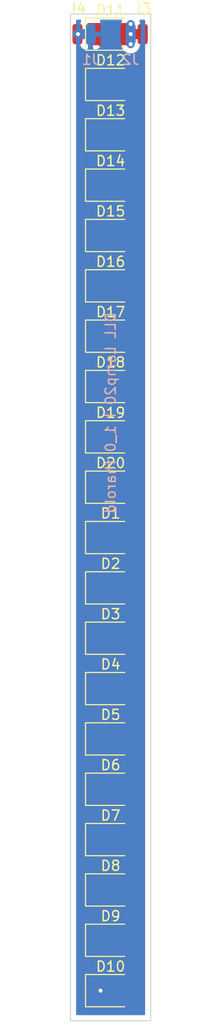
<source format=kicad_pcb>
(kicad_pcb (version 20171130) (host pcbnew "(5.1.6-0-10_14)")

  (general
    (thickness 1.6)
    (drawings 6)
    (tracks 66)
    (zones 0)
    (modules 24)
    (nets 22)
  )

  (page A4)
  (layers
    (0 F.Cu signal)
    (31 B.Cu signal)
    (32 B.Adhes user)
    (33 F.Adhes user)
    (34 B.Paste user)
    (35 F.Paste user)
    (36 B.SilkS user)
    (37 F.SilkS user)
    (38 B.Mask user)
    (39 F.Mask user)
    (40 Dwgs.User user)
    (41 Cmts.User user)
    (42 Eco1.User user)
    (43 Eco2.User user)
    (44 Edge.Cuts user)
    (45 Margin user)
    (46 B.CrtYd user)
    (47 F.CrtYd user)
    (48 B.Fab user)
    (49 F.Fab user)
  )

  (setup
    (last_trace_width 1)
    (user_trace_width 1)
    (trace_clearance 0.2)
    (zone_clearance 0.508)
    (zone_45_only no)
    (trace_min 0.2)
    (via_size 0.8)
    (via_drill 0.4)
    (via_min_size 0.4)
    (via_min_drill 0.3)
    (uvia_size 0.3)
    (uvia_drill 0.1)
    (uvias_allowed no)
    (uvia_min_size 0.2)
    (uvia_min_drill 0.1)
    (edge_width 0.1)
    (segment_width 0.2)
    (pcb_text_width 0.3)
    (pcb_text_size 1.5 1.5)
    (mod_edge_width 0.15)
    (mod_text_size 1 1)
    (mod_text_width 0.15)
    (pad_size 1.524 1.524)
    (pad_drill 0.762)
    (pad_to_mask_clearance 0)
    (aux_axis_origin 0 0)
    (visible_elements FFFFFF7F)
    (pcbplotparams
      (layerselection 0x010fc_ffffffff)
      (usegerberextensions false)
      (usegerberattributes true)
      (usegerberadvancedattributes true)
      (creategerberjobfile true)
      (excludeedgelayer true)
      (linewidth 0.100000)
      (plotframeref false)
      (viasonmask false)
      (mode 1)
      (useauxorigin false)
      (hpglpennumber 1)
      (hpglpenspeed 20)
      (hpglpendiameter 15.000000)
      (psnegative false)
      (psa4output false)
      (plotreference true)
      (plotvalue true)
      (plotinvisibletext false)
      (padsonsilk false)
      (subtractmaskfromsilk false)
      (outputformat 1)
      (mirror false)
      (drillshape 0)
      (scaleselection 1)
      (outputdirectory ""))
  )

  (net 0 "")
  (net 1 "Net-(D1-Pad1)")
  (net 2 LED+)
  (net 3 "Net-(D2-Pad1)")
  (net 4 "Net-(D3-Pad1)")
  (net 5 "Net-(D4-Pad1)")
  (net 6 "Net-(D5-Pad1)")
  (net 7 "Net-(D6-Pad1)")
  (net 8 "Net-(D7-Pad1)")
  (net 9 "Net-(D8-Pad1)")
  (net 10 "Net-(D10-Pad2)")
  (net 11 LED-)
  (net 12 "Net-(D1-Pad2)")
  (net 13 "Net-(D11-Pad1)")
  (net 14 "Net-(D12-Pad1)")
  (net 15 "Net-(D13-Pad1)")
  (net 16 "Net-(D14-Pad1)")
  (net 17 "Net-(D15-Pad1)")
  (net 18 "Net-(D16-Pad1)")
  (net 19 "Net-(D17-Pad1)")
  (net 20 "Net-(D18-Pad1)")
  (net 21 "Net-(D19-Pad1)")

  (net_class Default "This is the default net class."
    (clearance 0.2)
    (trace_width 0.25)
    (via_dia 0.8)
    (via_drill 0.4)
    (uvia_dia 0.3)
    (uvia_drill 0.1)
    (add_net LED+)
    (add_net LED-)
    (add_net "Net-(D1-Pad1)")
    (add_net "Net-(D1-Pad2)")
    (add_net "Net-(D10-Pad2)")
    (add_net "Net-(D11-Pad1)")
    (add_net "Net-(D12-Pad1)")
    (add_net "Net-(D13-Pad1)")
    (add_net "Net-(D14-Pad1)")
    (add_net "Net-(D15-Pad1)")
    (add_net "Net-(D16-Pad1)")
    (add_net "Net-(D17-Pad1)")
    (add_net "Net-(D18-Pad1)")
    (add_net "Net-(D19-Pad1)")
    (add_net "Net-(D2-Pad1)")
    (add_net "Net-(D3-Pad1)")
    (add_net "Net-(D4-Pad1)")
    (add_net "Net-(D5-Pad1)")
    (add_net "Net-(D6-Pad1)")
    (add_net "Net-(D7-Pad1)")
    (add_net "Net-(D8-Pad1)")
  )

  (module LED_SMD:LED_PLCC_2835_Handsoldering (layer F.Cu) (tedit 5C65228D) (tstamp 5FF09FC9)
    (at 15 65)
    (descr https://www.luckylight.cn/media/component/data-sheet/R2835BC-B2M-M10.pdf)
    (tags LED)
    (path /5FEE7761)
    (attr smd)
    (fp_text reference D1 (at 0 -2.4) (layer F.SilkS)
      (effects (font (size 1 1) (thickness 0.15)))
    )
    (fp_text value LED (at 0 2.475) (layer F.Fab)
      (effects (font (size 1 1) (thickness 0.15)))
    )
    (fp_line (start 2.55 -1.65) (end 2.55 1.65) (layer F.CrtYd) (width 0.05))
    (fp_line (start -2.55 -1.65) (end 2.55 -1.65) (layer F.CrtYd) (width 0.05))
    (fp_line (start -2.55 1.65) (end -2.55 -1.65) (layer F.CrtYd) (width 0.05))
    (fp_line (start 2.55 1.65) (end -2.55 1.65) (layer F.CrtYd) (width 0.05))
    (fp_line (start 1.4 -1.6) (end -2.5 -1.6) (layer F.SilkS) (width 0.12))
    (fp_line (start 1.4 1.6) (end -2.5 1.6) (layer F.SilkS) (width 0.12))
    (fp_line (start 1.75 -1.4) (end 1.75 1.4) (layer F.Fab) (width 0.1))
    (fp_line (start -1.05 -1.4) (end 1.75 -1.4) (layer F.Fab) (width 0.1))
    (fp_line (start -1.75 1.4) (end -1.75 -0.7) (layer F.Fab) (width 0.1))
    (fp_line (start 1.75 1.4) (end -1.75 1.4) (layer F.Fab) (width 0.1))
    (fp_line (start -2.5 -1.6) (end -2.5 1.6) (layer F.SilkS) (width 0.12))
    (fp_line (start -1.05 -1.4) (end -1.75 -0.7) (layer F.Fab) (width 0.1))
    (fp_text user %R (at 0 0) (layer F.Fab)
      (effects (font (size 0.9 0.9) (thickness 0.135)))
    )
    (pad 1 smd rect (at -1.05 0) (size 2.5 2.2) (layers F.Cu F.Paste F.Mask)
      (net 1 "Net-(D1-Pad1)"))
    (pad 2 smd rect (at 1.525 0) (size 1.55 2.2) (layers F.Cu F.Paste F.Mask)
      (net 12 "Net-(D1-Pad2)"))
    (model ${KISYS3DMOD}/LED_SMD.3dshapes/LED_PLCC_2835.wrl
      (at (xyz 0 0 0))
      (scale (xyz 1 1 1))
      (rotate (xyz 0 0 0))
    )
  )

  (module LED_SMD:LED_PLCC_2835_Handsoldering (layer F.Cu) (tedit 5C65228D) (tstamp 5FF09FDC)
    (at 15 70)
    (descr https://www.luckylight.cn/media/component/data-sheet/R2835BC-B2M-M10.pdf)
    (tags LED)
    (path /5FEE8F51)
    (attr smd)
    (fp_text reference D2 (at 0 -2.4) (layer F.SilkS)
      (effects (font (size 1 1) (thickness 0.15)))
    )
    (fp_text value LED (at 0 2.475) (layer F.Fab)
      (effects (font (size 1 1) (thickness 0.15)))
    )
    (fp_line (start -1.05 -1.4) (end -1.75 -0.7) (layer F.Fab) (width 0.1))
    (fp_line (start -2.5 -1.6) (end -2.5 1.6) (layer F.SilkS) (width 0.12))
    (fp_line (start 1.75 1.4) (end -1.75 1.4) (layer F.Fab) (width 0.1))
    (fp_line (start -1.75 1.4) (end -1.75 -0.7) (layer F.Fab) (width 0.1))
    (fp_line (start -1.05 -1.4) (end 1.75 -1.4) (layer F.Fab) (width 0.1))
    (fp_line (start 1.75 -1.4) (end 1.75 1.4) (layer F.Fab) (width 0.1))
    (fp_line (start 1.4 1.6) (end -2.5 1.6) (layer F.SilkS) (width 0.12))
    (fp_line (start 1.4 -1.6) (end -2.5 -1.6) (layer F.SilkS) (width 0.12))
    (fp_line (start 2.55 1.65) (end -2.55 1.65) (layer F.CrtYd) (width 0.05))
    (fp_line (start -2.55 1.65) (end -2.55 -1.65) (layer F.CrtYd) (width 0.05))
    (fp_line (start -2.55 -1.65) (end 2.55 -1.65) (layer F.CrtYd) (width 0.05))
    (fp_line (start 2.55 -1.65) (end 2.55 1.65) (layer F.CrtYd) (width 0.05))
    (fp_text user %R (at 0 0) (layer F.Fab)
      (effects (font (size 0.9 0.9) (thickness 0.135)))
    )
    (pad 2 smd rect (at 1.525 0) (size 1.55 2.2) (layers F.Cu F.Paste F.Mask)
      (net 1 "Net-(D1-Pad1)"))
    (pad 1 smd rect (at -1.05 0) (size 2.5 2.2) (layers F.Cu F.Paste F.Mask)
      (net 3 "Net-(D2-Pad1)"))
    (model ${KISYS3DMOD}/LED_SMD.3dshapes/LED_PLCC_2835.wrl
      (at (xyz 0 0 0))
      (scale (xyz 1 1 1))
      (rotate (xyz 0 0 0))
    )
  )

  (module LED_SMD:LED_PLCC_2835_Handsoldering (layer F.Cu) (tedit 5C65228D) (tstamp 5FF09FEF)
    (at 15 75)
    (descr https://www.luckylight.cn/media/component/data-sheet/R2835BC-B2M-M10.pdf)
    (tags LED)
    (path /5FEE985E)
    (attr smd)
    (fp_text reference D3 (at 0 -2.4) (layer F.SilkS)
      (effects (font (size 1 1) (thickness 0.15)))
    )
    (fp_text value LED (at 0 2.475) (layer F.Fab)
      (effects (font (size 1 1) (thickness 0.15)))
    )
    (fp_line (start 2.55 -1.65) (end 2.55 1.65) (layer F.CrtYd) (width 0.05))
    (fp_line (start -2.55 -1.65) (end 2.55 -1.65) (layer F.CrtYd) (width 0.05))
    (fp_line (start -2.55 1.65) (end -2.55 -1.65) (layer F.CrtYd) (width 0.05))
    (fp_line (start 2.55 1.65) (end -2.55 1.65) (layer F.CrtYd) (width 0.05))
    (fp_line (start 1.4 -1.6) (end -2.5 -1.6) (layer F.SilkS) (width 0.12))
    (fp_line (start 1.4 1.6) (end -2.5 1.6) (layer F.SilkS) (width 0.12))
    (fp_line (start 1.75 -1.4) (end 1.75 1.4) (layer F.Fab) (width 0.1))
    (fp_line (start -1.05 -1.4) (end 1.75 -1.4) (layer F.Fab) (width 0.1))
    (fp_line (start -1.75 1.4) (end -1.75 -0.7) (layer F.Fab) (width 0.1))
    (fp_line (start 1.75 1.4) (end -1.75 1.4) (layer F.Fab) (width 0.1))
    (fp_line (start -2.5 -1.6) (end -2.5 1.6) (layer F.SilkS) (width 0.12))
    (fp_line (start -1.05 -1.4) (end -1.75 -0.7) (layer F.Fab) (width 0.1))
    (fp_text user %R (at 0 0) (layer F.Fab)
      (effects (font (size 0.9 0.9) (thickness 0.135)))
    )
    (pad 1 smd rect (at -1.05 0) (size 2.5 2.2) (layers F.Cu F.Paste F.Mask)
      (net 4 "Net-(D3-Pad1)"))
    (pad 2 smd rect (at 1.525 0) (size 1.55 2.2) (layers F.Cu F.Paste F.Mask)
      (net 3 "Net-(D2-Pad1)"))
    (model ${KISYS3DMOD}/LED_SMD.3dshapes/LED_PLCC_2835.wrl
      (at (xyz 0 0 0))
      (scale (xyz 1 1 1))
      (rotate (xyz 0 0 0))
    )
  )

  (module LED_SMD:LED_PLCC_2835_Handsoldering (layer F.Cu) (tedit 5C65228D) (tstamp 5FF0A002)
    (at 15 80)
    (descr https://www.luckylight.cn/media/component/data-sheet/R2835BC-B2M-M10.pdf)
    (tags LED)
    (path /5FEE9C35)
    (attr smd)
    (fp_text reference D4 (at 0 -2.4) (layer F.SilkS)
      (effects (font (size 1 1) (thickness 0.15)))
    )
    (fp_text value LED (at 0 2.475) (layer F.Fab)
      (effects (font (size 1 1) (thickness 0.15)))
    )
    (fp_line (start -1.05 -1.4) (end -1.75 -0.7) (layer F.Fab) (width 0.1))
    (fp_line (start -2.5 -1.6) (end -2.5 1.6) (layer F.SilkS) (width 0.12))
    (fp_line (start 1.75 1.4) (end -1.75 1.4) (layer F.Fab) (width 0.1))
    (fp_line (start -1.75 1.4) (end -1.75 -0.7) (layer F.Fab) (width 0.1))
    (fp_line (start -1.05 -1.4) (end 1.75 -1.4) (layer F.Fab) (width 0.1))
    (fp_line (start 1.75 -1.4) (end 1.75 1.4) (layer F.Fab) (width 0.1))
    (fp_line (start 1.4 1.6) (end -2.5 1.6) (layer F.SilkS) (width 0.12))
    (fp_line (start 1.4 -1.6) (end -2.5 -1.6) (layer F.SilkS) (width 0.12))
    (fp_line (start 2.55 1.65) (end -2.55 1.65) (layer F.CrtYd) (width 0.05))
    (fp_line (start -2.55 1.65) (end -2.55 -1.65) (layer F.CrtYd) (width 0.05))
    (fp_line (start -2.55 -1.65) (end 2.55 -1.65) (layer F.CrtYd) (width 0.05))
    (fp_line (start 2.55 -1.65) (end 2.55 1.65) (layer F.CrtYd) (width 0.05))
    (fp_text user %R (at 0 0) (layer F.Fab)
      (effects (font (size 0.9 0.9) (thickness 0.135)))
    )
    (pad 2 smd rect (at 1.525 0) (size 1.55 2.2) (layers F.Cu F.Paste F.Mask)
      (net 4 "Net-(D3-Pad1)"))
    (pad 1 smd rect (at -1.05 0) (size 2.5 2.2) (layers F.Cu F.Paste F.Mask)
      (net 5 "Net-(D4-Pad1)"))
    (model ${KISYS3DMOD}/LED_SMD.3dshapes/LED_PLCC_2835.wrl
      (at (xyz 0 0 0))
      (scale (xyz 1 1 1))
      (rotate (xyz 0 0 0))
    )
  )

  (module LED_SMD:LED_PLCC_2835_Handsoldering (layer F.Cu) (tedit 5C65228D) (tstamp 5FF0A015)
    (at 15 85)
    (descr https://www.luckylight.cn/media/component/data-sheet/R2835BC-B2M-M10.pdf)
    (tags LED)
    (path /5FEEA3AC)
    (attr smd)
    (fp_text reference D5 (at 0 -2.4) (layer F.SilkS)
      (effects (font (size 1 1) (thickness 0.15)))
    )
    (fp_text value LED (at 0 2.475) (layer F.Fab)
      (effects (font (size 1 1) (thickness 0.15)))
    )
    (fp_line (start 2.55 -1.65) (end 2.55 1.65) (layer F.CrtYd) (width 0.05))
    (fp_line (start -2.55 -1.65) (end 2.55 -1.65) (layer F.CrtYd) (width 0.05))
    (fp_line (start -2.55 1.65) (end -2.55 -1.65) (layer F.CrtYd) (width 0.05))
    (fp_line (start 2.55 1.65) (end -2.55 1.65) (layer F.CrtYd) (width 0.05))
    (fp_line (start 1.4 -1.6) (end -2.5 -1.6) (layer F.SilkS) (width 0.12))
    (fp_line (start 1.4 1.6) (end -2.5 1.6) (layer F.SilkS) (width 0.12))
    (fp_line (start 1.75 -1.4) (end 1.75 1.4) (layer F.Fab) (width 0.1))
    (fp_line (start -1.05 -1.4) (end 1.75 -1.4) (layer F.Fab) (width 0.1))
    (fp_line (start -1.75 1.4) (end -1.75 -0.7) (layer F.Fab) (width 0.1))
    (fp_line (start 1.75 1.4) (end -1.75 1.4) (layer F.Fab) (width 0.1))
    (fp_line (start -2.5 -1.6) (end -2.5 1.6) (layer F.SilkS) (width 0.12))
    (fp_line (start -1.05 -1.4) (end -1.75 -0.7) (layer F.Fab) (width 0.1))
    (fp_text user %R (at 0 0) (layer F.Fab)
      (effects (font (size 0.9 0.9) (thickness 0.135)))
    )
    (pad 1 smd rect (at -1.05 0) (size 2.5 2.2) (layers F.Cu F.Paste F.Mask)
      (net 6 "Net-(D5-Pad1)"))
    (pad 2 smd rect (at 1.525 0) (size 1.55 2.2) (layers F.Cu F.Paste F.Mask)
      (net 5 "Net-(D4-Pad1)"))
    (model ${KISYS3DMOD}/LED_SMD.3dshapes/LED_PLCC_2835.wrl
      (at (xyz 0 0 0))
      (scale (xyz 1 1 1))
      (rotate (xyz 0 0 0))
    )
  )

  (module LED_SMD:LED_PLCC_2835_Handsoldering (layer F.Cu) (tedit 5C65228D) (tstamp 5FF0A028)
    (at 15 90)
    (descr https://www.luckylight.cn/media/component/data-sheet/R2835BC-B2M-M10.pdf)
    (tags LED)
    (path /5FEF4A45)
    (attr smd)
    (fp_text reference D6 (at 0 -2.4) (layer F.SilkS)
      (effects (font (size 1 1) (thickness 0.15)))
    )
    (fp_text value LED (at 0 2.475) (layer F.Fab)
      (effects (font (size 1 1) (thickness 0.15)))
    )
    (fp_line (start -1.05 -1.4) (end -1.75 -0.7) (layer F.Fab) (width 0.1))
    (fp_line (start -2.5 -1.6) (end -2.5 1.6) (layer F.SilkS) (width 0.12))
    (fp_line (start 1.75 1.4) (end -1.75 1.4) (layer F.Fab) (width 0.1))
    (fp_line (start -1.75 1.4) (end -1.75 -0.7) (layer F.Fab) (width 0.1))
    (fp_line (start -1.05 -1.4) (end 1.75 -1.4) (layer F.Fab) (width 0.1))
    (fp_line (start 1.75 -1.4) (end 1.75 1.4) (layer F.Fab) (width 0.1))
    (fp_line (start 1.4 1.6) (end -2.5 1.6) (layer F.SilkS) (width 0.12))
    (fp_line (start 1.4 -1.6) (end -2.5 -1.6) (layer F.SilkS) (width 0.12))
    (fp_line (start 2.55 1.65) (end -2.55 1.65) (layer F.CrtYd) (width 0.05))
    (fp_line (start -2.55 1.65) (end -2.55 -1.65) (layer F.CrtYd) (width 0.05))
    (fp_line (start -2.55 -1.65) (end 2.55 -1.65) (layer F.CrtYd) (width 0.05))
    (fp_line (start 2.55 -1.65) (end 2.55 1.65) (layer F.CrtYd) (width 0.05))
    (fp_text user %R (at 0 0) (layer F.Fab)
      (effects (font (size 0.9 0.9) (thickness 0.135)))
    )
    (pad 2 smd rect (at 1.525 0) (size 1.55 2.2) (layers F.Cu F.Paste F.Mask)
      (net 6 "Net-(D5-Pad1)"))
    (pad 1 smd rect (at -1.05 0) (size 2.5 2.2) (layers F.Cu F.Paste F.Mask)
      (net 7 "Net-(D6-Pad1)"))
    (model ${KISYS3DMOD}/LED_SMD.3dshapes/LED_PLCC_2835.wrl
      (at (xyz 0 0 0))
      (scale (xyz 1 1 1))
      (rotate (xyz 0 0 0))
    )
  )

  (module LED_SMD:LED_PLCC_2835_Handsoldering (layer F.Cu) (tedit 5C65228D) (tstamp 5FF0A03B)
    (at 15 95)
    (descr https://www.luckylight.cn/media/component/data-sheet/R2835BC-B2M-M10.pdf)
    (tags LED)
    (path /5FEF4A4B)
    (attr smd)
    (fp_text reference D7 (at 0 -2.4) (layer F.SilkS)
      (effects (font (size 1 1) (thickness 0.15)))
    )
    (fp_text value LED (at 0 2.475) (layer F.Fab)
      (effects (font (size 1 1) (thickness 0.15)))
    )
    (fp_line (start 2.55 -1.65) (end 2.55 1.65) (layer F.CrtYd) (width 0.05))
    (fp_line (start -2.55 -1.65) (end 2.55 -1.65) (layer F.CrtYd) (width 0.05))
    (fp_line (start -2.55 1.65) (end -2.55 -1.65) (layer F.CrtYd) (width 0.05))
    (fp_line (start 2.55 1.65) (end -2.55 1.65) (layer F.CrtYd) (width 0.05))
    (fp_line (start 1.4 -1.6) (end -2.5 -1.6) (layer F.SilkS) (width 0.12))
    (fp_line (start 1.4 1.6) (end -2.5 1.6) (layer F.SilkS) (width 0.12))
    (fp_line (start 1.75 -1.4) (end 1.75 1.4) (layer F.Fab) (width 0.1))
    (fp_line (start -1.05 -1.4) (end 1.75 -1.4) (layer F.Fab) (width 0.1))
    (fp_line (start -1.75 1.4) (end -1.75 -0.7) (layer F.Fab) (width 0.1))
    (fp_line (start 1.75 1.4) (end -1.75 1.4) (layer F.Fab) (width 0.1))
    (fp_line (start -2.5 -1.6) (end -2.5 1.6) (layer F.SilkS) (width 0.12))
    (fp_line (start -1.05 -1.4) (end -1.75 -0.7) (layer F.Fab) (width 0.1))
    (fp_text user %R (at 0 0) (layer F.Fab)
      (effects (font (size 0.9 0.9) (thickness 0.135)))
    )
    (pad 1 smd rect (at -1.05 0) (size 2.5 2.2) (layers F.Cu F.Paste F.Mask)
      (net 8 "Net-(D7-Pad1)"))
    (pad 2 smd rect (at 1.525 0) (size 1.55 2.2) (layers F.Cu F.Paste F.Mask)
      (net 7 "Net-(D6-Pad1)"))
    (model ${KISYS3DMOD}/LED_SMD.3dshapes/LED_PLCC_2835.wrl
      (at (xyz 0 0 0))
      (scale (xyz 1 1 1))
      (rotate (xyz 0 0 0))
    )
  )

  (module LED_SMD:LED_PLCC_2835_Handsoldering (layer F.Cu) (tedit 5C65228D) (tstamp 5FF0A04E)
    (at 15 100)
    (descr https://www.luckylight.cn/media/component/data-sheet/R2835BC-B2M-M10.pdf)
    (tags LED)
    (path /5FEF4A51)
    (attr smd)
    (fp_text reference D8 (at 0 -2.4) (layer F.SilkS)
      (effects (font (size 1 1) (thickness 0.15)))
    )
    (fp_text value LED (at 0 2.475) (layer F.Fab)
      (effects (font (size 1 1) (thickness 0.15)))
    )
    (fp_line (start -1.05 -1.4) (end -1.75 -0.7) (layer F.Fab) (width 0.1))
    (fp_line (start -2.5 -1.6) (end -2.5 1.6) (layer F.SilkS) (width 0.12))
    (fp_line (start 1.75 1.4) (end -1.75 1.4) (layer F.Fab) (width 0.1))
    (fp_line (start -1.75 1.4) (end -1.75 -0.7) (layer F.Fab) (width 0.1))
    (fp_line (start -1.05 -1.4) (end 1.75 -1.4) (layer F.Fab) (width 0.1))
    (fp_line (start 1.75 -1.4) (end 1.75 1.4) (layer F.Fab) (width 0.1))
    (fp_line (start 1.4 1.6) (end -2.5 1.6) (layer F.SilkS) (width 0.12))
    (fp_line (start 1.4 -1.6) (end -2.5 -1.6) (layer F.SilkS) (width 0.12))
    (fp_line (start 2.55 1.65) (end -2.55 1.65) (layer F.CrtYd) (width 0.05))
    (fp_line (start -2.55 1.65) (end -2.55 -1.65) (layer F.CrtYd) (width 0.05))
    (fp_line (start -2.55 -1.65) (end 2.55 -1.65) (layer F.CrtYd) (width 0.05))
    (fp_line (start 2.55 -1.65) (end 2.55 1.65) (layer F.CrtYd) (width 0.05))
    (fp_text user %R (at 0 0) (layer F.Fab)
      (effects (font (size 0.9 0.9) (thickness 0.135)))
    )
    (pad 2 smd rect (at 1.525 0) (size 1.55 2.2) (layers F.Cu F.Paste F.Mask)
      (net 8 "Net-(D7-Pad1)"))
    (pad 1 smd rect (at -1.05 0) (size 2.5 2.2) (layers F.Cu F.Paste F.Mask)
      (net 9 "Net-(D8-Pad1)"))
    (model ${KISYS3DMOD}/LED_SMD.3dshapes/LED_PLCC_2835.wrl
      (at (xyz 0 0 0))
      (scale (xyz 1 1 1))
      (rotate (xyz 0 0 0))
    )
  )

  (module LED_SMD:LED_PLCC_2835_Handsoldering (layer F.Cu) (tedit 5C65228D) (tstamp 5FF0A061)
    (at 15 105)
    (descr https://www.luckylight.cn/media/component/data-sheet/R2835BC-B2M-M10.pdf)
    (tags LED)
    (path /5FEF4A57)
    (attr smd)
    (fp_text reference D9 (at 0 -2.4) (layer F.SilkS)
      (effects (font (size 1 1) (thickness 0.15)))
    )
    (fp_text value LED (at 0 2.475) (layer F.Fab)
      (effects (font (size 1 1) (thickness 0.15)))
    )
    (fp_line (start 2.55 -1.65) (end 2.55 1.65) (layer F.CrtYd) (width 0.05))
    (fp_line (start -2.55 -1.65) (end 2.55 -1.65) (layer F.CrtYd) (width 0.05))
    (fp_line (start -2.55 1.65) (end -2.55 -1.65) (layer F.CrtYd) (width 0.05))
    (fp_line (start 2.55 1.65) (end -2.55 1.65) (layer F.CrtYd) (width 0.05))
    (fp_line (start 1.4 -1.6) (end -2.5 -1.6) (layer F.SilkS) (width 0.12))
    (fp_line (start 1.4 1.6) (end -2.5 1.6) (layer F.SilkS) (width 0.12))
    (fp_line (start 1.75 -1.4) (end 1.75 1.4) (layer F.Fab) (width 0.1))
    (fp_line (start -1.05 -1.4) (end 1.75 -1.4) (layer F.Fab) (width 0.1))
    (fp_line (start -1.75 1.4) (end -1.75 -0.7) (layer F.Fab) (width 0.1))
    (fp_line (start 1.75 1.4) (end -1.75 1.4) (layer F.Fab) (width 0.1))
    (fp_line (start -2.5 -1.6) (end -2.5 1.6) (layer F.SilkS) (width 0.12))
    (fp_line (start -1.05 -1.4) (end -1.75 -0.7) (layer F.Fab) (width 0.1))
    (fp_text user %R (at 0 0) (layer F.Fab)
      (effects (font (size 0.9 0.9) (thickness 0.135)))
    )
    (pad 1 smd rect (at -1.05 0) (size 2.5 2.2) (layers F.Cu F.Paste F.Mask)
      (net 10 "Net-(D10-Pad2)"))
    (pad 2 smd rect (at 1.525 0) (size 1.55 2.2) (layers F.Cu F.Paste F.Mask)
      (net 9 "Net-(D8-Pad1)"))
    (model ${KISYS3DMOD}/LED_SMD.3dshapes/LED_PLCC_2835.wrl
      (at (xyz 0 0 0))
      (scale (xyz 1 1 1))
      (rotate (xyz 0 0 0))
    )
  )

  (module LED_SMD:LED_PLCC_2835_Handsoldering (layer F.Cu) (tedit 5C65228D) (tstamp 5FF0A074)
    (at 15 110)
    (descr https://www.luckylight.cn/media/component/data-sheet/R2835BC-B2M-M10.pdf)
    (tags LED)
    (path /5FEF4A5D)
    (attr smd)
    (fp_text reference D10 (at 0 -2.4) (layer F.SilkS)
      (effects (font (size 1 1) (thickness 0.15)))
    )
    (fp_text value LED (at 0 2.475) (layer F.Fab)
      (effects (font (size 1 1) (thickness 0.15)))
    )
    (fp_line (start -1.05 -1.4) (end -1.75 -0.7) (layer F.Fab) (width 0.1))
    (fp_line (start -2.5 -1.6) (end -2.5 1.6) (layer F.SilkS) (width 0.12))
    (fp_line (start 1.75 1.4) (end -1.75 1.4) (layer F.Fab) (width 0.1))
    (fp_line (start -1.75 1.4) (end -1.75 -0.7) (layer F.Fab) (width 0.1))
    (fp_line (start -1.05 -1.4) (end 1.75 -1.4) (layer F.Fab) (width 0.1))
    (fp_line (start 1.75 -1.4) (end 1.75 1.4) (layer F.Fab) (width 0.1))
    (fp_line (start 1.4 1.6) (end -2.5 1.6) (layer F.SilkS) (width 0.12))
    (fp_line (start 1.4 -1.6) (end -2.5 -1.6) (layer F.SilkS) (width 0.12))
    (fp_line (start 2.55 1.65) (end -2.55 1.65) (layer F.CrtYd) (width 0.05))
    (fp_line (start -2.55 1.65) (end -2.55 -1.65) (layer F.CrtYd) (width 0.05))
    (fp_line (start -2.55 -1.65) (end 2.55 -1.65) (layer F.CrtYd) (width 0.05))
    (fp_line (start 2.55 -1.65) (end 2.55 1.65) (layer F.CrtYd) (width 0.05))
    (fp_text user %R (at 0 0) (layer F.Fab)
      (effects (font (size 0.9 0.9) (thickness 0.135)))
    )
    (pad 2 smd rect (at 1.525 0) (size 1.55 2.2) (layers F.Cu F.Paste F.Mask)
      (net 10 "Net-(D10-Pad2)"))
    (pad 1 smd rect (at -1.05 0) (size 2.5 2.2) (layers F.Cu F.Paste F.Mask)
      (net 11 LED-))
    (model ${KISYS3DMOD}/LED_SMD.3dshapes/LED_PLCC_2835.wrl
      (at (xyz 0 0 0))
      (scale (xyz 1 1 1))
      (rotate (xyz 0 0 0))
    )
  )

  (module LED_SMD:LED_PLCC_2835_Handsoldering (layer F.Cu) (tedit 5C65228D) (tstamp 5FF0A7EE)
    (at 15 15)
    (descr https://www.luckylight.cn/media/component/data-sheet/R2835BC-B2M-M10.pdf)
    (tags LED)
    (path /5FF1E2FF)
    (attr smd)
    (fp_text reference D11 (at 0 -2.4) (layer F.SilkS)
      (effects (font (size 1 1) (thickness 0.15)))
    )
    (fp_text value LED (at 0 2.475) (layer F.Fab)
      (effects (font (size 1 1) (thickness 0.15)))
    )
    (fp_line (start 2.55 -1.65) (end 2.55 1.65) (layer F.CrtYd) (width 0.05))
    (fp_line (start -2.55 -1.65) (end 2.55 -1.65) (layer F.CrtYd) (width 0.05))
    (fp_line (start -2.55 1.65) (end -2.55 -1.65) (layer F.CrtYd) (width 0.05))
    (fp_line (start 2.55 1.65) (end -2.55 1.65) (layer F.CrtYd) (width 0.05))
    (fp_line (start 1.4 -1.6) (end -2.5 -1.6) (layer F.SilkS) (width 0.12))
    (fp_line (start 1.4 1.6) (end -2.5 1.6) (layer F.SilkS) (width 0.12))
    (fp_line (start 1.75 -1.4) (end 1.75 1.4) (layer F.Fab) (width 0.1))
    (fp_line (start -1.05 -1.4) (end 1.75 -1.4) (layer F.Fab) (width 0.1))
    (fp_line (start -1.75 1.4) (end -1.75 -0.7) (layer F.Fab) (width 0.1))
    (fp_line (start 1.75 1.4) (end -1.75 1.4) (layer F.Fab) (width 0.1))
    (fp_line (start -2.5 -1.6) (end -2.5 1.6) (layer F.SilkS) (width 0.12))
    (fp_line (start -1.05 -1.4) (end -1.75 -0.7) (layer F.Fab) (width 0.1))
    (fp_text user %R (at 0 0) (layer F.Fab)
      (effects (font (size 0.9 0.9) (thickness 0.135)))
    )
    (pad 1 smd rect (at -1.05 0) (size 2.5 2.2) (layers F.Cu F.Paste F.Mask)
      (net 13 "Net-(D11-Pad1)"))
    (pad 2 smd rect (at 1.525 0) (size 1.55 2.2) (layers F.Cu F.Paste F.Mask)
      (net 2 LED+))
    (model ${KISYS3DMOD}/LED_SMD.3dshapes/LED_PLCC_2835.wrl
      (at (xyz 0 0 0))
      (scale (xyz 1 1 1))
      (rotate (xyz 0 0 0))
    )
  )

  (module LED_SMD:LED_PLCC_2835_Handsoldering (layer F.Cu) (tedit 5C65228D) (tstamp 5FF0A09A)
    (at 15 20)
    (descr https://www.luckylight.cn/media/component/data-sheet/R2835BC-B2M-M10.pdf)
    (tags LED)
    (path /5FF1E305)
    (attr smd)
    (fp_text reference D12 (at 0 -2.4) (layer F.SilkS)
      (effects (font (size 1 1) (thickness 0.15)))
    )
    (fp_text value LED (at 0 2.475) (layer F.Fab)
      (effects (font (size 1 1) (thickness 0.15)))
    )
    (fp_line (start -1.05 -1.4) (end -1.75 -0.7) (layer F.Fab) (width 0.1))
    (fp_line (start -2.5 -1.6) (end -2.5 1.6) (layer F.SilkS) (width 0.12))
    (fp_line (start 1.75 1.4) (end -1.75 1.4) (layer F.Fab) (width 0.1))
    (fp_line (start -1.75 1.4) (end -1.75 -0.7) (layer F.Fab) (width 0.1))
    (fp_line (start -1.05 -1.4) (end 1.75 -1.4) (layer F.Fab) (width 0.1))
    (fp_line (start 1.75 -1.4) (end 1.75 1.4) (layer F.Fab) (width 0.1))
    (fp_line (start 1.4 1.6) (end -2.5 1.6) (layer F.SilkS) (width 0.12))
    (fp_line (start 1.4 -1.6) (end -2.5 -1.6) (layer F.SilkS) (width 0.12))
    (fp_line (start 2.55 1.65) (end -2.55 1.65) (layer F.CrtYd) (width 0.05))
    (fp_line (start -2.55 1.65) (end -2.55 -1.65) (layer F.CrtYd) (width 0.05))
    (fp_line (start -2.55 -1.65) (end 2.55 -1.65) (layer F.CrtYd) (width 0.05))
    (fp_line (start 2.55 -1.65) (end 2.55 1.65) (layer F.CrtYd) (width 0.05))
    (fp_text user %R (at 0 0) (layer F.Fab)
      (effects (font (size 0.9 0.9) (thickness 0.135)))
    )
    (pad 2 smd rect (at 1.525 0) (size 1.55 2.2) (layers F.Cu F.Paste F.Mask)
      (net 13 "Net-(D11-Pad1)"))
    (pad 1 smd rect (at -1.05 0) (size 2.5 2.2) (layers F.Cu F.Paste F.Mask)
      (net 14 "Net-(D12-Pad1)"))
    (model ${KISYS3DMOD}/LED_SMD.3dshapes/LED_PLCC_2835.wrl
      (at (xyz 0 0 0))
      (scale (xyz 1 1 1))
      (rotate (xyz 0 0 0))
    )
  )

  (module LED_SMD:LED_PLCC_2835_Handsoldering (layer F.Cu) (tedit 5C65228D) (tstamp 5FF0A0AD)
    (at 15 25)
    (descr https://www.luckylight.cn/media/component/data-sheet/R2835BC-B2M-M10.pdf)
    (tags LED)
    (path /5FF1E30B)
    (attr smd)
    (fp_text reference D13 (at 0 -2.4) (layer F.SilkS)
      (effects (font (size 1 1) (thickness 0.15)))
    )
    (fp_text value LED (at 0 2.475) (layer F.Fab)
      (effects (font (size 1 1) (thickness 0.15)))
    )
    (fp_line (start 2.55 -1.65) (end 2.55 1.65) (layer F.CrtYd) (width 0.05))
    (fp_line (start -2.55 -1.65) (end 2.55 -1.65) (layer F.CrtYd) (width 0.05))
    (fp_line (start -2.55 1.65) (end -2.55 -1.65) (layer F.CrtYd) (width 0.05))
    (fp_line (start 2.55 1.65) (end -2.55 1.65) (layer F.CrtYd) (width 0.05))
    (fp_line (start 1.4 -1.6) (end -2.5 -1.6) (layer F.SilkS) (width 0.12))
    (fp_line (start 1.4 1.6) (end -2.5 1.6) (layer F.SilkS) (width 0.12))
    (fp_line (start 1.75 -1.4) (end 1.75 1.4) (layer F.Fab) (width 0.1))
    (fp_line (start -1.05 -1.4) (end 1.75 -1.4) (layer F.Fab) (width 0.1))
    (fp_line (start -1.75 1.4) (end -1.75 -0.7) (layer F.Fab) (width 0.1))
    (fp_line (start 1.75 1.4) (end -1.75 1.4) (layer F.Fab) (width 0.1))
    (fp_line (start -2.5 -1.6) (end -2.5 1.6) (layer F.SilkS) (width 0.12))
    (fp_line (start -1.05 -1.4) (end -1.75 -0.7) (layer F.Fab) (width 0.1))
    (fp_text user %R (at 0 0) (layer F.Fab)
      (effects (font (size 0.9 0.9) (thickness 0.135)))
    )
    (pad 1 smd rect (at -1.05 0) (size 2.5 2.2) (layers F.Cu F.Paste F.Mask)
      (net 15 "Net-(D13-Pad1)"))
    (pad 2 smd rect (at 1.525 0) (size 1.55 2.2) (layers F.Cu F.Paste F.Mask)
      (net 14 "Net-(D12-Pad1)"))
    (model ${KISYS3DMOD}/LED_SMD.3dshapes/LED_PLCC_2835.wrl
      (at (xyz 0 0 0))
      (scale (xyz 1 1 1))
      (rotate (xyz 0 0 0))
    )
  )

  (module LED_SMD:LED_PLCC_2835_Handsoldering (layer F.Cu) (tedit 5C65228D) (tstamp 5FF0A0C0)
    (at 15 30)
    (descr https://www.luckylight.cn/media/component/data-sheet/R2835BC-B2M-M10.pdf)
    (tags LED)
    (path /5FF1E311)
    (attr smd)
    (fp_text reference D14 (at 0 -2.4) (layer F.SilkS)
      (effects (font (size 1 1) (thickness 0.15)))
    )
    (fp_text value LED (at 0 2.475) (layer F.Fab)
      (effects (font (size 1 1) (thickness 0.15)))
    )
    (fp_line (start -1.05 -1.4) (end -1.75 -0.7) (layer F.Fab) (width 0.1))
    (fp_line (start -2.5 -1.6) (end -2.5 1.6) (layer F.SilkS) (width 0.12))
    (fp_line (start 1.75 1.4) (end -1.75 1.4) (layer F.Fab) (width 0.1))
    (fp_line (start -1.75 1.4) (end -1.75 -0.7) (layer F.Fab) (width 0.1))
    (fp_line (start -1.05 -1.4) (end 1.75 -1.4) (layer F.Fab) (width 0.1))
    (fp_line (start 1.75 -1.4) (end 1.75 1.4) (layer F.Fab) (width 0.1))
    (fp_line (start 1.4 1.6) (end -2.5 1.6) (layer F.SilkS) (width 0.12))
    (fp_line (start 1.4 -1.6) (end -2.5 -1.6) (layer F.SilkS) (width 0.12))
    (fp_line (start 2.55 1.65) (end -2.55 1.65) (layer F.CrtYd) (width 0.05))
    (fp_line (start -2.55 1.65) (end -2.55 -1.65) (layer F.CrtYd) (width 0.05))
    (fp_line (start -2.55 -1.65) (end 2.55 -1.65) (layer F.CrtYd) (width 0.05))
    (fp_line (start 2.55 -1.65) (end 2.55 1.65) (layer F.CrtYd) (width 0.05))
    (fp_text user %R (at 0 0) (layer F.Fab)
      (effects (font (size 0.9 0.9) (thickness 0.135)))
    )
    (pad 2 smd rect (at 1.525 0) (size 1.55 2.2) (layers F.Cu F.Paste F.Mask)
      (net 15 "Net-(D13-Pad1)"))
    (pad 1 smd rect (at -1.05 0) (size 2.5 2.2) (layers F.Cu F.Paste F.Mask)
      (net 16 "Net-(D14-Pad1)"))
    (model ${KISYS3DMOD}/LED_SMD.3dshapes/LED_PLCC_2835.wrl
      (at (xyz 0 0 0))
      (scale (xyz 1 1 1))
      (rotate (xyz 0 0 0))
    )
  )

  (module LED_SMD:LED_PLCC_2835_Handsoldering (layer F.Cu) (tedit 5C65228D) (tstamp 5FF0A0D3)
    (at 15 35)
    (descr https://www.luckylight.cn/media/component/data-sheet/R2835BC-B2M-M10.pdf)
    (tags LED)
    (path /5FF1E317)
    (attr smd)
    (fp_text reference D15 (at 0 -2.4) (layer F.SilkS)
      (effects (font (size 1 1) (thickness 0.15)))
    )
    (fp_text value LED (at 0 2.475) (layer F.Fab)
      (effects (font (size 1 1) (thickness 0.15)))
    )
    (fp_line (start 2.55 -1.65) (end 2.55 1.65) (layer F.CrtYd) (width 0.05))
    (fp_line (start -2.55 -1.65) (end 2.55 -1.65) (layer F.CrtYd) (width 0.05))
    (fp_line (start -2.55 1.65) (end -2.55 -1.65) (layer F.CrtYd) (width 0.05))
    (fp_line (start 2.55 1.65) (end -2.55 1.65) (layer F.CrtYd) (width 0.05))
    (fp_line (start 1.4 -1.6) (end -2.5 -1.6) (layer F.SilkS) (width 0.12))
    (fp_line (start 1.4 1.6) (end -2.5 1.6) (layer F.SilkS) (width 0.12))
    (fp_line (start 1.75 -1.4) (end 1.75 1.4) (layer F.Fab) (width 0.1))
    (fp_line (start -1.05 -1.4) (end 1.75 -1.4) (layer F.Fab) (width 0.1))
    (fp_line (start -1.75 1.4) (end -1.75 -0.7) (layer F.Fab) (width 0.1))
    (fp_line (start 1.75 1.4) (end -1.75 1.4) (layer F.Fab) (width 0.1))
    (fp_line (start -2.5 -1.6) (end -2.5 1.6) (layer F.SilkS) (width 0.12))
    (fp_line (start -1.05 -1.4) (end -1.75 -0.7) (layer F.Fab) (width 0.1))
    (fp_text user %R (at 0 0) (layer F.Fab)
      (effects (font (size 0.9 0.9) (thickness 0.135)))
    )
    (pad 1 smd rect (at -1.05 0) (size 2.5 2.2) (layers F.Cu F.Paste F.Mask)
      (net 17 "Net-(D15-Pad1)"))
    (pad 2 smd rect (at 1.525 0) (size 1.55 2.2) (layers F.Cu F.Paste F.Mask)
      (net 16 "Net-(D14-Pad1)"))
    (model ${KISYS3DMOD}/LED_SMD.3dshapes/LED_PLCC_2835.wrl
      (at (xyz 0 0 0))
      (scale (xyz 1 1 1))
      (rotate (xyz 0 0 0))
    )
  )

  (module LED_SMD:LED_PLCC_2835_Handsoldering (layer F.Cu) (tedit 5C65228D) (tstamp 5FF0A0E6)
    (at 15 40)
    (descr https://www.luckylight.cn/media/component/data-sheet/R2835BC-B2M-M10.pdf)
    (tags LED)
    (path /5FF1E31D)
    (attr smd)
    (fp_text reference D16 (at 0 -2.4) (layer F.SilkS)
      (effects (font (size 1 1) (thickness 0.15)))
    )
    (fp_text value LED (at 0 2.475) (layer F.Fab)
      (effects (font (size 1 1) (thickness 0.15)))
    )
    (fp_line (start -1.05 -1.4) (end -1.75 -0.7) (layer F.Fab) (width 0.1))
    (fp_line (start -2.5 -1.6) (end -2.5 1.6) (layer F.SilkS) (width 0.12))
    (fp_line (start 1.75 1.4) (end -1.75 1.4) (layer F.Fab) (width 0.1))
    (fp_line (start -1.75 1.4) (end -1.75 -0.7) (layer F.Fab) (width 0.1))
    (fp_line (start -1.05 -1.4) (end 1.75 -1.4) (layer F.Fab) (width 0.1))
    (fp_line (start 1.75 -1.4) (end 1.75 1.4) (layer F.Fab) (width 0.1))
    (fp_line (start 1.4 1.6) (end -2.5 1.6) (layer F.SilkS) (width 0.12))
    (fp_line (start 1.4 -1.6) (end -2.5 -1.6) (layer F.SilkS) (width 0.12))
    (fp_line (start 2.55 1.65) (end -2.55 1.65) (layer F.CrtYd) (width 0.05))
    (fp_line (start -2.55 1.65) (end -2.55 -1.65) (layer F.CrtYd) (width 0.05))
    (fp_line (start -2.55 -1.65) (end 2.55 -1.65) (layer F.CrtYd) (width 0.05))
    (fp_line (start 2.55 -1.65) (end 2.55 1.65) (layer F.CrtYd) (width 0.05))
    (fp_text user %R (at 0 0) (layer F.Fab)
      (effects (font (size 0.9 0.9) (thickness 0.135)))
    )
    (pad 2 smd rect (at 1.525 0) (size 1.55 2.2) (layers F.Cu F.Paste F.Mask)
      (net 17 "Net-(D15-Pad1)"))
    (pad 1 smd rect (at -1.05 0) (size 2.5 2.2) (layers F.Cu F.Paste F.Mask)
      (net 18 "Net-(D16-Pad1)"))
    (model ${KISYS3DMOD}/LED_SMD.3dshapes/LED_PLCC_2835.wrl
      (at (xyz 0 0 0))
      (scale (xyz 1 1 1))
      (rotate (xyz 0 0 0))
    )
  )

  (module LED_SMD:LED_PLCC_2835_Handsoldering (layer F.Cu) (tedit 5C65228D) (tstamp 5FF0A0F9)
    (at 15 45)
    (descr https://www.luckylight.cn/media/component/data-sheet/R2835BC-B2M-M10.pdf)
    (tags LED)
    (path /5FF1E323)
    (attr smd)
    (fp_text reference D17 (at 0 -2.4) (layer F.SilkS)
      (effects (font (size 1 1) (thickness 0.15)))
    )
    (fp_text value LED (at 0 2.475) (layer F.Fab)
      (effects (font (size 1 1) (thickness 0.15)))
    )
    (fp_line (start 2.55 -1.65) (end 2.55 1.65) (layer F.CrtYd) (width 0.05))
    (fp_line (start -2.55 -1.65) (end 2.55 -1.65) (layer F.CrtYd) (width 0.05))
    (fp_line (start -2.55 1.65) (end -2.55 -1.65) (layer F.CrtYd) (width 0.05))
    (fp_line (start 2.55 1.65) (end -2.55 1.65) (layer F.CrtYd) (width 0.05))
    (fp_line (start 1.4 -1.6) (end -2.5 -1.6) (layer F.SilkS) (width 0.12))
    (fp_line (start 1.4 1.6) (end -2.5 1.6) (layer F.SilkS) (width 0.12))
    (fp_line (start 1.75 -1.4) (end 1.75 1.4) (layer F.Fab) (width 0.1))
    (fp_line (start -1.05 -1.4) (end 1.75 -1.4) (layer F.Fab) (width 0.1))
    (fp_line (start -1.75 1.4) (end -1.75 -0.7) (layer F.Fab) (width 0.1))
    (fp_line (start 1.75 1.4) (end -1.75 1.4) (layer F.Fab) (width 0.1))
    (fp_line (start -2.5 -1.6) (end -2.5 1.6) (layer F.SilkS) (width 0.12))
    (fp_line (start -1.05 -1.4) (end -1.75 -0.7) (layer F.Fab) (width 0.1))
    (fp_text user %R (at 0 0) (layer F.Fab)
      (effects (font (size 0.9 0.9) (thickness 0.135)))
    )
    (pad 1 smd rect (at -1.05 0) (size 2.5 2.2) (layers F.Cu F.Paste F.Mask)
      (net 19 "Net-(D17-Pad1)"))
    (pad 2 smd rect (at 1.525 0) (size 1.55 2.2) (layers F.Cu F.Paste F.Mask)
      (net 18 "Net-(D16-Pad1)"))
    (model ${KISYS3DMOD}/LED_SMD.3dshapes/LED_PLCC_2835.wrl
      (at (xyz 0 0 0))
      (scale (xyz 1 1 1))
      (rotate (xyz 0 0 0))
    )
  )

  (module LED_SMD:LED_PLCC_2835_Handsoldering (layer F.Cu) (tedit 5C65228D) (tstamp 5FF0A940)
    (at 15 50)
    (descr https://www.luckylight.cn/media/component/data-sheet/R2835BC-B2M-M10.pdf)
    (tags LED)
    (path /5FF1E329)
    (attr smd)
    (fp_text reference D18 (at 0 -2.4) (layer F.SilkS)
      (effects (font (size 1 1) (thickness 0.15)))
    )
    (fp_text value LED (at 0 2.475) (layer F.Fab)
      (effects (font (size 1 1) (thickness 0.15)))
    )
    (fp_line (start -1.05 -1.4) (end -1.75 -0.7) (layer F.Fab) (width 0.1))
    (fp_line (start -2.5 -1.6) (end -2.5 1.6) (layer F.SilkS) (width 0.12))
    (fp_line (start 1.75 1.4) (end -1.75 1.4) (layer F.Fab) (width 0.1))
    (fp_line (start -1.75 1.4) (end -1.75 -0.7) (layer F.Fab) (width 0.1))
    (fp_line (start -1.05 -1.4) (end 1.75 -1.4) (layer F.Fab) (width 0.1))
    (fp_line (start 1.75 -1.4) (end 1.75 1.4) (layer F.Fab) (width 0.1))
    (fp_line (start 1.4 1.6) (end -2.5 1.6) (layer F.SilkS) (width 0.12))
    (fp_line (start 1.4 -1.6) (end -2.5 -1.6) (layer F.SilkS) (width 0.12))
    (fp_line (start 2.55 1.65) (end -2.55 1.65) (layer F.CrtYd) (width 0.05))
    (fp_line (start -2.55 1.65) (end -2.55 -1.65) (layer F.CrtYd) (width 0.05))
    (fp_line (start -2.55 -1.65) (end 2.55 -1.65) (layer F.CrtYd) (width 0.05))
    (fp_line (start 2.55 -1.65) (end 2.55 1.65) (layer F.CrtYd) (width 0.05))
    (fp_text user %R (at 0 0) (layer F.Fab)
      (effects (font (size 0.9 0.9) (thickness 0.135)))
    )
    (pad 2 smd rect (at 1.525 0) (size 1.55 2.2) (layers F.Cu F.Paste F.Mask)
      (net 19 "Net-(D17-Pad1)"))
    (pad 1 smd rect (at -1.05 0) (size 2.5 2.2) (layers F.Cu F.Paste F.Mask)
      (net 20 "Net-(D18-Pad1)"))
    (model ${KISYS3DMOD}/LED_SMD.3dshapes/LED_PLCC_2835.wrl
      (at (xyz 0 0 0))
      (scale (xyz 1 1 1))
      (rotate (xyz 0 0 0))
    )
  )

  (module LED_SMD:LED_PLCC_2835_Handsoldering (layer F.Cu) (tedit 5C65228D) (tstamp 5FF0A11F)
    (at 15 55)
    (descr https://www.luckylight.cn/media/component/data-sheet/R2835BC-B2M-M10.pdf)
    (tags LED)
    (path /5FF1E32F)
    (attr smd)
    (fp_text reference D19 (at 0 -2.4) (layer F.SilkS)
      (effects (font (size 1 1) (thickness 0.15)))
    )
    (fp_text value LED (at 0 2.475) (layer F.Fab)
      (effects (font (size 1 1) (thickness 0.15)))
    )
    (fp_line (start 2.55 -1.65) (end 2.55 1.65) (layer F.CrtYd) (width 0.05))
    (fp_line (start -2.55 -1.65) (end 2.55 -1.65) (layer F.CrtYd) (width 0.05))
    (fp_line (start -2.55 1.65) (end -2.55 -1.65) (layer F.CrtYd) (width 0.05))
    (fp_line (start 2.55 1.65) (end -2.55 1.65) (layer F.CrtYd) (width 0.05))
    (fp_line (start 1.4 -1.6) (end -2.5 -1.6) (layer F.SilkS) (width 0.12))
    (fp_line (start 1.4 1.6) (end -2.5 1.6) (layer F.SilkS) (width 0.12))
    (fp_line (start 1.75 -1.4) (end 1.75 1.4) (layer F.Fab) (width 0.1))
    (fp_line (start -1.05 -1.4) (end 1.75 -1.4) (layer F.Fab) (width 0.1))
    (fp_line (start -1.75 1.4) (end -1.75 -0.7) (layer F.Fab) (width 0.1))
    (fp_line (start 1.75 1.4) (end -1.75 1.4) (layer F.Fab) (width 0.1))
    (fp_line (start -2.5 -1.6) (end -2.5 1.6) (layer F.SilkS) (width 0.12))
    (fp_line (start -1.05 -1.4) (end -1.75 -0.7) (layer F.Fab) (width 0.1))
    (fp_text user %R (at 0 0) (layer F.Fab)
      (effects (font (size 0.9 0.9) (thickness 0.135)))
    )
    (pad 1 smd rect (at -1.05 0) (size 2.5 2.2) (layers F.Cu F.Paste F.Mask)
      (net 21 "Net-(D19-Pad1)"))
    (pad 2 smd rect (at 1.525 0) (size 1.55 2.2) (layers F.Cu F.Paste F.Mask)
      (net 20 "Net-(D18-Pad1)"))
    (model ${KISYS3DMOD}/LED_SMD.3dshapes/LED_PLCC_2835.wrl
      (at (xyz 0 0 0))
      (scale (xyz 1 1 1))
      (rotate (xyz 0 0 0))
    )
  )

  (module LED_SMD:LED_PLCC_2835_Handsoldering (layer F.Cu) (tedit 5C65228D) (tstamp 5FF0A132)
    (at 15 60)
    (descr https://www.luckylight.cn/media/component/data-sheet/R2835BC-B2M-M10.pdf)
    (tags LED)
    (path /5FF1E335)
    (attr smd)
    (fp_text reference D20 (at 0 -2.4) (layer F.SilkS)
      (effects (font (size 1 1) (thickness 0.15)))
    )
    (fp_text value LED (at 0 2.475) (layer F.Fab)
      (effects (font (size 1 1) (thickness 0.15)))
    )
    (fp_line (start -1.05 -1.4) (end -1.75 -0.7) (layer F.Fab) (width 0.1))
    (fp_line (start -2.5 -1.6) (end -2.5 1.6) (layer F.SilkS) (width 0.12))
    (fp_line (start 1.75 1.4) (end -1.75 1.4) (layer F.Fab) (width 0.1))
    (fp_line (start -1.75 1.4) (end -1.75 -0.7) (layer F.Fab) (width 0.1))
    (fp_line (start -1.05 -1.4) (end 1.75 -1.4) (layer F.Fab) (width 0.1))
    (fp_line (start 1.75 -1.4) (end 1.75 1.4) (layer F.Fab) (width 0.1))
    (fp_line (start 1.4 1.6) (end -2.5 1.6) (layer F.SilkS) (width 0.12))
    (fp_line (start 1.4 -1.6) (end -2.5 -1.6) (layer F.SilkS) (width 0.12))
    (fp_line (start 2.55 1.65) (end -2.55 1.65) (layer F.CrtYd) (width 0.05))
    (fp_line (start -2.55 1.65) (end -2.55 -1.65) (layer F.CrtYd) (width 0.05))
    (fp_line (start -2.55 -1.65) (end 2.55 -1.65) (layer F.CrtYd) (width 0.05))
    (fp_line (start 2.55 -1.65) (end 2.55 1.65) (layer F.CrtYd) (width 0.05))
    (fp_text user %R (at 0 0) (layer F.Fab)
      (effects (font (size 0.9 0.9) (thickness 0.135)))
    )
    (pad 2 smd rect (at 1.525 0) (size 1.55 2.2) (layers F.Cu F.Paste F.Mask)
      (net 21 "Net-(D19-Pad1)"))
    (pad 1 smd rect (at -1.05 0) (size 2.5 2.2) (layers F.Cu F.Paste F.Mask)
      (net 12 "Net-(D1-Pad2)"))
    (model ${KISYS3DMOD}/LED_SMD.3dshapes/LED_PLCC_2835.wrl
      (at (xyz 0 0 0))
      (scale (xyz 1 1 1))
      (rotate (xyz 0 0 0))
    )
  )

  (module Connector_Wire:SolderWirePad_1x01_SMD_1x2mm (layer B.Cu) (tedit 5DD6EB27) (tstamp 5FF0AAC3)
    (at 13 15)
    (descr "Wire Pad, Square, SMD Pad,  5mm x 10mm,")
    (tags "MesurementPoint Square SMDPad 5mmx10mm ")
    (path /5FEE72EA)
    (attr virtual)
    (fp_text reference J1 (at 0 2.54) (layer B.SilkS)
      (effects (font (size 1 1) (thickness 0.15)) (justify mirror))
    )
    (fp_text value Conn_01x01_Female (at 0 -2.54) (layer B.Fab)
      (effects (font (size 1 1) (thickness 0.15)) (justify mirror))
    )
    (fp_line (start -0.63 -1.27) (end -0.63 1.27) (layer B.Fab) (width 0.1))
    (fp_line (start 0.63 -1.27) (end -0.63 -1.27) (layer B.Fab) (width 0.1))
    (fp_line (start 0.63 1.27) (end 0.63 -1.27) (layer B.Fab) (width 0.1))
    (fp_line (start -0.63 1.27) (end 0.63 1.27) (layer B.Fab) (width 0.1))
    (fp_line (start -0.63 1.27) (end -0.63 -1.27) (layer B.CrtYd) (width 0.05))
    (fp_line (start -0.63 -1.27) (end 0.63 -1.27) (layer B.CrtYd) (width 0.05))
    (fp_line (start 0.63 -1.27) (end 0.63 1.27) (layer B.CrtYd) (width 0.05))
    (fp_line (start 0.63 1.27) (end -0.63 1.27) (layer B.CrtYd) (width 0.05))
    (fp_text user %R (at 0 0) (layer B.Fab)
      (effects (font (size 1 1) (thickness 0.15)) (justify mirror))
    )
    (pad 1 smd roundrect (at 0 0) (size 1 2) (layers B.Cu B.Paste B.Mask) (roundrect_rratio 0.25)
      (net 11 LED-))
  )

  (module Connector_Wire:SolderWirePad_1x01_SMD_1x2mm (layer B.Cu) (tedit 5DD6EB27) (tstamp 5FF0A14E)
    (at 17 15)
    (descr "Wire Pad, Square, SMD Pad,  5mm x 10mm,")
    (tags "MesurementPoint Square SMDPad 5mmx10mm ")
    (path /5FEE7107)
    (attr virtual)
    (fp_text reference J2 (at 0 2.54) (layer B.SilkS)
      (effects (font (size 1 1) (thickness 0.15)) (justify mirror))
    )
    (fp_text value Conn_01x01_Female (at 0 -2.54) (layer B.Fab)
      (effects (font (size 1 1) (thickness 0.15)) (justify mirror))
    )
    (fp_line (start 0.63 1.27) (end -0.63 1.27) (layer B.CrtYd) (width 0.05))
    (fp_line (start 0.63 -1.27) (end 0.63 1.27) (layer B.CrtYd) (width 0.05))
    (fp_line (start -0.63 -1.27) (end 0.63 -1.27) (layer B.CrtYd) (width 0.05))
    (fp_line (start -0.63 1.27) (end -0.63 -1.27) (layer B.CrtYd) (width 0.05))
    (fp_line (start -0.63 1.27) (end 0.63 1.27) (layer B.Fab) (width 0.1))
    (fp_line (start 0.63 1.27) (end 0.63 -1.27) (layer B.Fab) (width 0.1))
    (fp_line (start 0.63 -1.27) (end -0.63 -1.27) (layer B.Fab) (width 0.1))
    (fp_line (start -0.63 -1.27) (end -0.63 1.27) (layer B.Fab) (width 0.1))
    (fp_text user %R (at 0 0) (layer B.Fab)
      (effects (font (size 1 1) (thickness 0.15)) (justify mirror))
    )
    (pad 1 smd roundrect (at 0 0) (size 1 2) (layers B.Cu B.Paste B.Mask) (roundrect_rratio 0.25)
      (net 2 LED+))
  )

  (module Connector_Wire:SolderWirePad_1x01_SMD_1x2mm (layer F.Cu) (tedit 5DD6EB27) (tstamp 5FF0A105)
    (at 18.2 15)
    (descr "Wire Pad, Square, SMD Pad,  5mm x 10mm,")
    (tags "MesurementPoint Square SMDPad 5mmx10mm ")
    (path /5FF0A174)
    (attr virtual)
    (fp_text reference J3 (at 0 -2.54) (layer F.SilkS)
      (effects (font (size 1 1) (thickness 0.15)))
    )
    (fp_text value Conn_01x01_Female (at 0 2.54) (layer F.Fab)
      (effects (font (size 1 1) (thickness 0.15)))
    )
    (fp_line (start -0.63 1.27) (end -0.63 -1.27) (layer F.Fab) (width 0.1))
    (fp_line (start 0.63 1.27) (end -0.63 1.27) (layer F.Fab) (width 0.1))
    (fp_line (start 0.63 -1.27) (end 0.63 1.27) (layer F.Fab) (width 0.1))
    (fp_line (start -0.63 -1.27) (end 0.63 -1.27) (layer F.Fab) (width 0.1))
    (fp_line (start -0.63 -1.27) (end -0.63 1.27) (layer F.CrtYd) (width 0.05))
    (fp_line (start -0.63 1.27) (end 0.63 1.27) (layer F.CrtYd) (width 0.05))
    (fp_line (start 0.63 1.27) (end 0.63 -1.27) (layer F.CrtYd) (width 0.05))
    (fp_line (start 0.63 -1.27) (end -0.63 -1.27) (layer F.CrtYd) (width 0.05))
    (fp_text user %R (at 0 0) (layer F.Fab)
      (effects (font (size 1 1) (thickness 0.15)))
    )
    (pad 1 smd roundrect (at 0 0) (size 1 2) (layers F.Cu F.Paste F.Mask) (roundrect_rratio 0.25)
      (net 2 LED+))
  )

  (module Connector_Wire:SolderWirePad_1x01_SMD_1x2mm (layer F.Cu) (tedit 5DD6EB27) (tstamp 5FF0A113)
    (at 11.7 15)
    (descr "Wire Pad, Square, SMD Pad,  5mm x 10mm,")
    (tags "MesurementPoint Square SMDPad 5mmx10mm ")
    (path /5FF0A959)
    (attr virtual)
    (fp_text reference J4 (at 0 -2.54) (layer F.SilkS)
      (effects (font (size 1 1) (thickness 0.15)))
    )
    (fp_text value Conn_01x01_Female (at 0 2.54) (layer F.Fab)
      (effects (font (size 1 1) (thickness 0.15)))
    )
    (fp_text user %R (at 0 0) (layer F.Fab)
      (effects (font (size 1 1) (thickness 0.15)))
    )
    (fp_line (start 0.63 -1.27) (end -0.63 -1.27) (layer F.CrtYd) (width 0.05))
    (fp_line (start 0.63 1.27) (end 0.63 -1.27) (layer F.CrtYd) (width 0.05))
    (fp_line (start -0.63 1.27) (end 0.63 1.27) (layer F.CrtYd) (width 0.05))
    (fp_line (start -0.63 -1.27) (end -0.63 1.27) (layer F.CrtYd) (width 0.05))
    (fp_line (start -0.63 -1.27) (end 0.63 -1.27) (layer F.Fab) (width 0.1))
    (fp_line (start 0.63 -1.27) (end 0.63 1.27) (layer F.Fab) (width 0.1))
    (fp_line (start 0.63 1.27) (end -0.63 1.27) (layer F.Fab) (width 0.1))
    (fp_line (start -0.63 1.27) (end -0.63 -1.27) (layer F.Fab) (width 0.1))
    (pad 1 smd roundrect (at 0 0) (size 1 2) (layers F.Cu F.Paste F.Mask) (roundrect_rratio 0.25)
      (net 11 LED-))
  )

  (gr_text "DLL Lamp20 I 1_0 fharold " (at 15 53 90) (layer B.SilkS)
    (effects (font (size 1 1) (thickness 0.15)) (justify mirror))
  )
  (gr_line (start 11 13) (end 11 113) (layer Edge.Cuts) (width 0.1) (tstamp 5FF0AB21))
  (gr_line (start 19 13) (end 11 13) (layer Edge.Cuts) (width 0.1))
  (gr_line (start 19 113) (end 19 13) (layer Edge.Cuts) (width 0.1))
  (gr_line (start 11 113) (end 19 113) (layer Edge.Cuts) (width 0.1))
  (gr_line (start 12.5 12.5) (end 20 12.5) (layer Dwgs.User) (width 0.15))

  (segment (start 16.525 67.9) (end 16.525 70) (width 1) (layer F.Cu) (net 1))
  (segment (start 13.95 65.325) (end 16.525 67.9) (width 1) (layer F.Cu) (net 1))
  (segment (start 13.95 65) (end 13.95 65.325) (width 1) (layer F.Cu) (net 1))
  (via (at 17 14) (size 0.8) (drill 0.4) (layers F.Cu B.Cu) (net 2))
  (via (at 17 15) (size 0.8) (drill 0.4) (layers F.Cu B.Cu) (net 2))
  (via (at 17 16) (size 0.8) (drill 0.4) (layers F.Cu B.Cu) (net 2))
  (segment (start 18 15) (end 17 15) (width 1) (layer F.Cu) (net 2))
  (segment (start 18.2 15) (end 17 15) (width 1) (layer F.Cu) (net 2))
  (segment (start 13.95 71.389998) (end 16.525 73.964998) (width 1) (layer F.Cu) (net 3))
  (segment (start 16.525 73.964998) (end 16.525 75) (width 1) (layer F.Cu) (net 3))
  (segment (start 13.95 70) (end 13.95 71.389998) (width 1) (layer F.Cu) (net 3))
  (segment (start 13.95 75.560002) (end 16.525 78.135002) (width 1) (layer F.Cu) (net 4))
  (segment (start 16.525 78.135002) (end 16.525 80) (width 1) (layer F.Cu) (net 4))
  (segment (start 13.95 75) (end 13.95 75.560002) (width 1) (layer F.Cu) (net 4))
  (segment (start 16.525 83.964998) (end 16.525 85) (width 1) (layer F.Cu) (net 5))
  (segment (start 13.95 81.389998) (end 16.525 83.964998) (width 1) (layer F.Cu) (net 5))
  (segment (start 13.95 80) (end 13.95 81.389998) (width 1) (layer F.Cu) (net 5))
  (segment (start 16.525 88.135002) (end 16.525 90) (width 1) (layer F.Cu) (net 6))
  (segment (start 13.95 85.560002) (end 16.525 88.135002) (width 1) (layer F.Cu) (net 6))
  (segment (start 13.95 85) (end 13.95 85.560002) (width 1) (layer F.Cu) (net 6))
  (segment (start 16.525 93.964998) (end 16.525 95) (width 1) (layer F.Cu) (net 7))
  (segment (start 13.95 91.389998) (end 16.525 93.964998) (width 1) (layer F.Cu) (net 7))
  (segment (start 13.95 90) (end 13.95 91.389998) (width 1) (layer F.Cu) (net 7))
  (segment (start 16.525 98.964998) (end 16.525 100) (width 1) (layer F.Cu) (net 8))
  (segment (start 13.95 96.389998) (end 16.525 98.964998) (width 1) (layer F.Cu) (net 8))
  (segment (start 13.95 95) (end 13.95 96.389998) (width 1) (layer F.Cu) (net 8))
  (segment (start 13.95 101.389998) (end 16.525 103.964998) (width 1) (layer F.Cu) (net 9))
  (segment (start 16.525 103.964998) (end 16.525 105) (width 1) (layer F.Cu) (net 9))
  (segment (start 13.95 100) (end 13.95 101.389998) (width 1) (layer F.Cu) (net 9))
  (segment (start 16.525 108.964998) (end 16.525 110) (width 1) (layer F.Cu) (net 10))
  (segment (start 13.95 106.389998) (end 16.525 108.964998) (width 1) (layer F.Cu) (net 10))
  (segment (start 13.95 105) (end 13.95 106.389998) (width 1) (layer F.Cu) (net 10))
  (via (at 14 110) (size 0.8) (drill 0.4) (layers F.Cu B.Cu) (net 11))
  (segment (start 13.95 110) (end 14 110) (width 1) (layer F.Cu) (net 11))
  (segment (start 13 15) (end 11.75001 15) (width 1) (layer B.Cu) (net 11))
  (via (at 11.75001 15) (size 0.8) (drill 0.4) (layers F.Cu B.Cu) (net 11))
  (segment (start 16.525 62.9) (end 16.525 65) (width 1) (layer F.Cu) (net 12))
  (segment (start 13.95 60.325) (end 16.525 62.9) (width 1) (layer F.Cu) (net 12))
  (segment (start 13.95 60) (end 13.95 60.325) (width 1) (layer F.Cu) (net 12))
  (segment (start 16.525 18.135002) (end 16.525 20) (width 1) (layer F.Cu) (net 13))
  (segment (start 13.95 15.560002) (end 16.525 18.135002) (width 1) (layer F.Cu) (net 13))
  (segment (start 13.95 15) (end 13.95 15.560002) (width 1) (layer F.Cu) (net 13))
  (segment (start 16.525 23.135002) (end 16.525 25) (width 1) (layer F.Cu) (net 14))
  (segment (start 13.95 20.560002) (end 16.525 23.135002) (width 1) (layer F.Cu) (net 14))
  (segment (start 13.95 20) (end 13.95 20.560002) (width 1) (layer F.Cu) (net 14))
  (segment (start 16.525 28.964998) (end 16.525 30) (width 1) (layer F.Cu) (net 15))
  (segment (start 13.95 26.389998) (end 16.525 28.964998) (width 1) (layer F.Cu) (net 15))
  (segment (start 13.95 25) (end 13.95 26.389998) (width 1) (layer F.Cu) (net 15))
  (segment (start 16.525 33.135002) (end 16.525 35) (width 1) (layer F.Cu) (net 16))
  (segment (start 13.95 30.560002) (end 16.525 33.135002) (width 1) (layer F.Cu) (net 16))
  (segment (start 13.95 30) (end 13.95 30.560002) (width 1) (layer F.Cu) (net 16))
  (segment (start 16.525 38.135002) (end 16.525 40) (width 1) (layer F.Cu) (net 17))
  (segment (start 13.95 35.560002) (end 16.525 38.135002) (width 1) (layer F.Cu) (net 17))
  (segment (start 13.95 35) (end 13.95 35.560002) (width 1) (layer F.Cu) (net 17))
  (segment (start 16.525 43.135002) (end 16.525 45) (width 1) (layer F.Cu) (net 18))
  (segment (start 13.95 40.560002) (end 16.525 43.135002) (width 1) (layer F.Cu) (net 18))
  (segment (start 13.95 40) (end 13.95 40.560002) (width 1) (layer F.Cu) (net 18))
  (segment (start 16.525 48.964998) (end 16.525 50) (width 1) (layer F.Cu) (net 19))
  (segment (start 13.95 46.389998) (end 16.525 48.964998) (width 1) (layer F.Cu) (net 19))
  (segment (start 13.95 45) (end 13.95 46.389998) (width 1) (layer F.Cu) (net 19))
  (segment (start 16.525 53.135002) (end 16.525 55) (width 1) (layer F.Cu) (net 20))
  (segment (start 13.95 50.560002) (end 16.525 53.135002) (width 1) (layer F.Cu) (net 20))
  (segment (start 13.95 50) (end 13.95 50.560002) (width 1) (layer F.Cu) (net 20))
  (segment (start 16.525 58.964998) (end 16.525 60) (width 1) (layer F.Cu) (net 21))
  (segment (start 13.95 56.389998) (end 16.525 58.964998) (width 1) (layer F.Cu) (net 21))
  (segment (start 13.95 55) (end 13.95 56.389998) (width 1) (layer F.Cu) (net 21))

  (zone (net 11) (net_name LED-) (layer B.Cu) (tstamp 5FF0A1C0) (hatch edge 0.508)
    (connect_pads (clearance 0.508))
    (min_thickness 0.254)
    (fill yes (arc_segments 32) (thermal_gap 0.508) (thermal_bridge_width 0.508))
    (polygon
      (pts
        (xy 19 113) (xy 11 113) (xy 11 13) (xy 19 13)
      )
    )
    (filled_polygon
      (pts
        (xy 11.910498 13.75582) (xy 11.874188 13.875518) (xy 11.861928 14) (xy 11.865 14.71425) (xy 12.02375 14.873)
        (xy 12.873 14.873) (xy 12.873 14.853) (xy 13.127 14.853) (xy 13.127 14.873) (xy 13.97625 14.873)
        (xy 14.135 14.71425) (xy 14.138072 14) (xy 14.125812 13.875518) (xy 14.089502 13.75582) (xy 14.051647 13.685)
        (xy 16.010201 13.685) (xy 16.004774 13.698102) (xy 15.982194 13.811619) (xy 15.929528 13.91015) (xy 15.878992 14.076746)
        (xy 15.861928 14.25) (xy 15.861928 15.75) (xy 15.878992 15.923254) (xy 15.929528 16.08985) (xy 15.982194 16.188381)
        (xy 16.004774 16.301898) (xy 16.082795 16.490256) (xy 16.196063 16.659774) (xy 16.340226 16.803937) (xy 16.509744 16.917205)
        (xy 16.698102 16.995226) (xy 16.898061 17.035) (xy 17.101939 17.035) (xy 17.301898 16.995226) (xy 17.490256 16.917205)
        (xy 17.659774 16.803937) (xy 17.803937 16.659774) (xy 17.917205 16.490256) (xy 17.995226 16.301898) (xy 18.017806 16.188381)
        (xy 18.070472 16.08985) (xy 18.121008 15.923254) (xy 18.138072 15.75) (xy 18.138072 14.25) (xy 18.121008 14.076746)
        (xy 18.070472 13.91015) (xy 18.017806 13.811619) (xy 17.995226 13.698102) (xy 17.989799 13.685) (xy 18.315001 13.685)
        (xy 18.315 112.315) (xy 11.685 112.315) (xy 11.685 16) (xy 11.861928 16) (xy 11.874188 16.124482)
        (xy 11.910498 16.24418) (xy 11.969463 16.354494) (xy 12.048815 16.451185) (xy 12.145506 16.530537) (xy 12.25582 16.589502)
        (xy 12.375518 16.625812) (xy 12.5 16.638072) (xy 12.71425 16.635) (xy 12.873 16.47625) (xy 12.873 15.127)
        (xy 13.127 15.127) (xy 13.127 16.47625) (xy 13.28575 16.635) (xy 13.5 16.638072) (xy 13.624482 16.625812)
        (xy 13.74418 16.589502) (xy 13.854494 16.530537) (xy 13.951185 16.451185) (xy 14.030537 16.354494) (xy 14.089502 16.24418)
        (xy 14.125812 16.124482) (xy 14.138072 16) (xy 14.135 15.28575) (xy 13.97625 15.127) (xy 13.127 15.127)
        (xy 12.873 15.127) (xy 12.02375 15.127) (xy 11.865 15.28575) (xy 11.861928 16) (xy 11.685 16)
        (xy 11.685 13.685) (xy 11.948353 13.685)
      )
    )
  )
)

</source>
